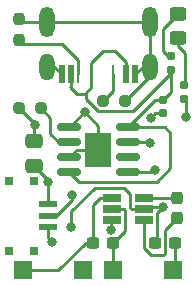
<source format=gbr>
%TF.GenerationSoftware,KiCad,Pcbnew,7.0.7*%
%TF.CreationDate,2023-09-27T10:33:14+01:00*%
%TF.ProjectId,tp4650+10a45,74703436-3530-42b3-9130-6134352e6b69,rev?*%
%TF.SameCoordinates,Original*%
%TF.FileFunction,Copper,L1,Top*%
%TF.FilePolarity,Positive*%
%FSLAX46Y46*%
G04 Gerber Fmt 4.6, Leading zero omitted, Abs format (unit mm)*
G04 Created by KiCad (PCBNEW 7.0.7) date 2023-09-27 10:33:14*
%MOMM*%
%LPD*%
G01*
G04 APERTURE LIST*
G04 Aperture macros list*
%AMRoundRect*
0 Rectangle with rounded corners*
0 $1 Rounding radius*
0 $2 $3 $4 $5 $6 $7 $8 $9 X,Y pos of 4 corners*
0 Add a 4 corners polygon primitive as box body*
4,1,4,$2,$3,$4,$5,$6,$7,$8,$9,$2,$3,0*
0 Add four circle primitives for the rounded corners*
1,1,$1+$1,$2,$3*
1,1,$1+$1,$4,$5*
1,1,$1+$1,$6,$7*
1,1,$1+$1,$8,$9*
0 Add four rect primitives between the rounded corners*
20,1,$1+$1,$2,$3,$4,$5,0*
20,1,$1+$1,$4,$5,$6,$7,0*
20,1,$1+$1,$6,$7,$8,$9,0*
20,1,$1+$1,$8,$9,$2,$3,0*%
G04 Aperture macros list end*
%TA.AperFunction,ComponentPad*%
%ADD10R,1.500000X1.500000*%
%TD*%
%TA.AperFunction,SMDPad,CuDef*%
%ADD11RoundRect,0.237500X0.237500X-0.300000X0.237500X0.300000X-0.237500X0.300000X-0.237500X-0.300000X0*%
%TD*%
%TA.AperFunction,SMDPad,CuDef*%
%ADD12RoundRect,0.250000X0.450000X-0.325000X0.450000X0.325000X-0.450000X0.325000X-0.450000X-0.325000X0*%
%TD*%
%TA.AperFunction,SMDPad,CuDef*%
%ADD13RoundRect,0.237500X0.237500X-0.250000X0.237500X0.250000X-0.237500X0.250000X-0.237500X-0.250000X0*%
%TD*%
%TA.AperFunction,SMDPad,CuDef*%
%ADD14RoundRect,0.155000X-0.155000X0.212500X-0.155000X-0.212500X0.155000X-0.212500X0.155000X0.212500X0*%
%TD*%
%TA.AperFunction,SMDPad,CuDef*%
%ADD15RoundRect,0.250000X0.475000X-0.337500X0.475000X0.337500X-0.475000X0.337500X-0.475000X-0.337500X0*%
%TD*%
%TA.AperFunction,SMDPad,CuDef*%
%ADD16RoundRect,0.237500X-0.300000X-0.237500X0.300000X-0.237500X0.300000X0.237500X-0.300000X0.237500X0*%
%TD*%
%TA.AperFunction,ComponentPad*%
%ADD17O,1.300000X2.600000*%
%TD*%
%TA.AperFunction,ComponentPad*%
%ADD18O,1.300000X2.300000*%
%TD*%
%TA.AperFunction,SMDPad,CuDef*%
%ADD19R,0.270000X1.500000*%
%TD*%
%TA.AperFunction,SMDPad,CuDef*%
%ADD20R,0.520000X1.500000*%
%TD*%
%TA.AperFunction,SMDPad,CuDef*%
%ADD21R,2.290000X3.000000*%
%TD*%
%TA.AperFunction,SMDPad,CuDef*%
%ADD22RoundRect,0.150000X-0.825000X-0.150000X0.825000X-0.150000X0.825000X0.150000X-0.825000X0.150000X0*%
%TD*%
%TA.AperFunction,SMDPad,CuDef*%
%ADD23R,0.800000X0.800000*%
%TD*%
%TA.AperFunction,SMDPad,CuDef*%
%ADD24R,1.500000X0.600000*%
%TD*%
%TA.AperFunction,SMDPad,CuDef*%
%ADD25R,1.560000X0.650000*%
%TD*%
%TA.AperFunction,SMDPad,CuDef*%
%ADD26RoundRect,0.160000X0.160000X-0.197500X0.160000X0.197500X-0.160000X0.197500X-0.160000X-0.197500X0*%
%TD*%
%TA.AperFunction,SMDPad,CuDef*%
%ADD27RoundRect,0.160000X-0.160000X0.197500X-0.160000X-0.197500X0.160000X-0.197500X0.160000X0.197500X0*%
%TD*%
%TA.AperFunction,SMDPad,CuDef*%
%ADD28RoundRect,0.237500X-0.250000X-0.237500X0.250000X-0.237500X0.250000X0.237500X-0.250000X0.237500X0*%
%TD*%
%TA.AperFunction,SMDPad,CuDef*%
%ADD29RoundRect,0.237500X0.250000X0.237500X-0.250000X0.237500X-0.250000X-0.237500X0.250000X-0.237500X0*%
%TD*%
%TA.AperFunction,ViaPad*%
%ADD30C,0.800000*%
%TD*%
%TA.AperFunction,Conductor*%
%ADD31C,0.250000*%
%TD*%
G04 APERTURE END LIST*
D10*
%TO.P,+,1,1*%
%TO.N,Net-(U1-V_OUT)*%
X131673600Y-97180400D03*
%TD*%
%TO.P,B+,1,1*%
%TO.N,Net-(SW1A-B)*%
X136753600Y-97155000D03*
%TD*%
%TO.P,-,1,1*%
%TO.N,GND*%
X144373600Y-97180400D03*
%TD*%
%TO.P,B-,1,1*%
%TO.N,GND*%
X139293600Y-97170240D03*
%TD*%
D11*
%TO.P,C2,1*%
%TO.N,Net-(U1-C-)*%
X144653000Y-92759700D03*
%TO.P,C2,2*%
%TO.N,Net-(U1-C+)*%
X144653000Y-91034700D03*
%TD*%
D12*
%TO.P,D1,1,K*%
%TO.N,Net-(D1-K)*%
X144780000Y-77529800D03*
%TO.P,D1,2,A*%
%TO.N,Net-(D1-A)*%
X144780000Y-75479800D03*
%TD*%
D13*
%TO.P,R7,1*%
%TO.N,Net-(P1-SBU1)*%
X131267200Y-77720200D03*
%TO.P,R7,2*%
%TO.N,GND*%
X131267200Y-75895200D03*
%TD*%
D14*
%TO.P,C3,1*%
%TO.N,VIN*%
X143510000Y-82744500D03*
%TO.P,C3,2*%
%TO.N,GND*%
X143510000Y-83879500D03*
%TD*%
D15*
%TO.P,C1,2*%
%TO.N,GND*%
X132537200Y-86258400D03*
%TO.P,C1,1*%
%TO.N,Net-(SW1A-A)*%
X132537200Y-88333400D03*
%TD*%
D16*
%TO.P,C4,1*%
%TO.N,Net-(U1-V_OUT)*%
X137543200Y-94843600D03*
%TO.P,C4,2*%
%TO.N,GND*%
X139268200Y-94843600D03*
%TD*%
D17*
%TO.P,P1,S1,SHIELD*%
%TO.N,GND*%
X133703600Y-76116800D03*
D18*
X133703600Y-79941800D03*
D17*
X142343600Y-76116800D03*
D18*
X142343600Y-79941800D03*
D19*
%TO.P,P1,B8,SBU2*%
%TO.N,Net-(P1-SBU2)*%
X139273600Y-80568800D03*
D20*
%TO.P,P1,A12,GND*%
%TO.N,GND*%
X134923600Y-80568800D03*
%TO.P,P1,A9,VBUS*%
%TO.N,VIN*%
X135673600Y-80568800D03*
D19*
%TO.P,P1,A8,SBU1*%
%TO.N,Net-(P1-SBU1)*%
X136273600Y-80568800D03*
D20*
%TO.P,P1,A4,VBUS*%
%TO.N,VIN*%
X140373600Y-80568800D03*
%TO.P,P1,A1,GND*%
%TO.N,GND*%
X141123600Y-80568800D03*
%TD*%
D21*
%TO.P,U2,9,PP*%
%TO.N,GND*%
X138023600Y-86969600D03*
D22*
%TO.P,U2,8,CE*%
%TO.N,VIN*%
X140498600Y-85064600D03*
%TO.P,U2,7,~{CHRG}*%
%TO.N,Net-(U2-~{CHRG})*%
X140498600Y-86334600D03*
%TO.P,U2,6,~{STDBY}*%
%TO.N,unconnected-(U2-~{STDBY}-Pad6)*%
X140498600Y-87604600D03*
%TO.P,U2,5,BAT*%
%TO.N,Net-(SW1A-A)*%
X140498600Y-88874600D03*
%TO.P,U2,4,VCC*%
%TO.N,VIN*%
X135548600Y-88874600D03*
%TO.P,U2,3,GND*%
%TO.N,GND*%
X135548600Y-87604600D03*
%TO.P,U2,2,PROG*%
%TO.N,Net-(U2-PROG)*%
X135548600Y-86334600D03*
%TO.P,U2,1,TEMP*%
%TO.N,GND*%
X135548600Y-85064600D03*
%TD*%
D23*
%TO.P,SW1,4*%
%TO.N,N/C*%
X130479800Y-95554800D03*
X132549600Y-95554800D03*
X130479800Y-89654800D03*
X132562300Y-89654800D03*
D24*
%TO.P,SW1,3,C*%
%TO.N,GND*%
X133729800Y-93554800D03*
%TO.P,SW1,2,B*%
%TO.N,Net-(SW1A-B)*%
X133729800Y-92554800D03*
%TO.P,SW1,1,A*%
%TO.N,Net-(SW1A-A)*%
X133729800Y-91554800D03*
%TD*%
D25*
%TO.P,U1,6,C+*%
%TO.N,Net-(U1-C+)*%
X141862800Y-91048800D03*
%TO.P,U1,5,V_IN*%
%TO.N,Net-(SW1A-A)*%
X141862800Y-91998800D03*
%TO.P,U1,4,C-*%
%TO.N,Net-(U1-C-)*%
X141862800Y-92948800D03*
%TO.P,U1,3,EN*%
%TO.N,Net-(SW1A-B)*%
X139162800Y-92948800D03*
%TO.P,U1,2,GND*%
%TO.N,GND*%
X139162800Y-91998800D03*
%TO.P,U1,1,V_OUT*%
%TO.N,Net-(U1-V_OUT)*%
X139162800Y-91048800D03*
%TD*%
D26*
%TO.P,R9,1*%
%TO.N,VIN*%
X144170400Y-80251900D03*
%TO.P,R9,2*%
%TO.N,Net-(D1-A)*%
X144170400Y-79056900D03*
%TD*%
D27*
%TO.P,R1,1*%
%TO.N,Net-(D1-K)*%
X145237200Y-81483200D03*
%TO.P,R1,2*%
%TO.N,Net-(U2-~{CHRG})*%
X145237200Y-82678200D03*
%TD*%
D16*
%TO.P,C5,2*%
%TO.N,GND*%
X144500600Y-94843600D03*
%TO.P,C5,1*%
%TO.N,Net-(SW1A-A)*%
X142775600Y-94843600D03*
%TD*%
D28*
%TO.P,R8,1*%
%TO.N,Net-(P1-SBU2)*%
X138431900Y-82854800D03*
%TO.P,R8,2*%
%TO.N,GND*%
X140256900Y-82854800D03*
%TD*%
D29*
%TO.P,R3,1*%
%TO.N,Net-(U2-PROG)*%
X133146800Y-83464400D03*
%TO.P,R3,2*%
%TO.N,GND*%
X131321800Y-83464400D03*
%TD*%
D30*
%TO.N,Net-(SW1A-A)*%
X143484600Y-91846400D03*
X133731000Y-89712800D03*
X142849600Y-88646000D03*
%TO.N,GND*%
X134086600Y-94818200D03*
X136855200Y-83769200D03*
X132689600Y-84836000D03*
X142443200Y-84277200D03*
%TO.N,Net-(SW1A-B)*%
X135712200Y-93548200D03*
%TO.N,Net-(U2-~{CHRG})*%
X145440400Y-84226400D03*
X142392400Y-86410800D03*
%TO.N,Net-(SW1A-B)*%
X139090400Y-93751400D03*
X135763000Y-90792900D03*
%TD*%
D31*
%TO.N,Net-(SW1A-B)*%
X135712200Y-93548200D02*
X135712200Y-92156000D01*
X140157200Y-90170000D02*
X140716000Y-90728800D01*
X135712200Y-92156000D02*
X137698200Y-90170000D01*
X137698200Y-90170000D02*
X140157200Y-90170000D01*
X140716000Y-90728800D02*
X140716000Y-91882000D01*
X140716000Y-91882000D02*
X140832800Y-91998800D01*
X140832800Y-91998800D02*
X141862800Y-91998800D01*
%TO.N,Net-(SW1A-A)*%
X142775600Y-94843600D02*
X142967800Y-94651400D01*
X142967800Y-94651400D02*
X142967800Y-92363200D01*
X142967800Y-92363200D02*
X143484600Y-91846400D01*
X133731000Y-89712800D02*
X133731000Y-91553600D01*
X133731000Y-91553600D02*
X133729800Y-91554800D01*
X143484600Y-91846400D02*
X142312800Y-91846400D01*
X142312800Y-91846400D02*
X142312800Y-91812404D01*
X133731000Y-89712800D02*
X133731000Y-89527200D01*
X140498600Y-88874600D02*
X142621000Y-88874600D01*
X142621000Y-88874600D02*
X142849600Y-88646000D01*
X133731000Y-89527200D02*
X132537200Y-88333400D01*
%TO.N,GND*%
X133729800Y-94461400D02*
X134086600Y-94818200D01*
X133729800Y-93554800D02*
X133729800Y-94461400D01*
%TO.N,Net-(SW1A-B)*%
X133729800Y-92554800D02*
X134397400Y-92554800D01*
X134397400Y-92554800D02*
X135763000Y-91189200D01*
X135763000Y-91189200D02*
X135763000Y-90792900D01*
%TO.N,VIN*%
X137007600Y-82092800D02*
X137007600Y-82713495D01*
X137961705Y-83667600D02*
X140970000Y-83667600D01*
X144170400Y-80251900D02*
X144170400Y-82084100D01*
X135636000Y-81686400D02*
X136194800Y-82245200D01*
X136386800Y-89712800D02*
X135548600Y-88874600D01*
X135673600Y-81648800D02*
X135636000Y-81686400D01*
X137007600Y-82713495D02*
X137961705Y-83667600D01*
X142951200Y-89712800D02*
X136386800Y-89712800D01*
X144170400Y-80467200D02*
X144170400Y-80251900D01*
X140373600Y-79566000D02*
X140373600Y-80568800D01*
X139446000Y-78638400D02*
X140373600Y-79566000D01*
X144119600Y-88544400D02*
X142951200Y-89712800D01*
X136194800Y-82245200D02*
X136855200Y-82245200D01*
X143637000Y-85064600D02*
X144119600Y-85547200D01*
X136855200Y-82245200D02*
X137007600Y-82092800D01*
X140498600Y-85064600D02*
X143637000Y-85064600D01*
X144119600Y-85547200D02*
X144119600Y-88544400D01*
X137363200Y-79654400D02*
X138379200Y-78638400D01*
X137363200Y-81737200D02*
X137363200Y-79654400D01*
X135673600Y-80568800D02*
X135673600Y-81648800D01*
X138379200Y-78638400D02*
X139446000Y-78638400D01*
X144170400Y-82084100D02*
X143510000Y-82744500D01*
X143510000Y-82744500D02*
X142818700Y-82744500D01*
X142818700Y-82744500D02*
X140498600Y-85064600D01*
X137007600Y-82092800D02*
X137363200Y-81737200D01*
X140970000Y-83667600D02*
X144170400Y-80467200D01*
%TO.N,GND*%
X132537200Y-86258400D02*
X132537200Y-84988400D01*
X142343600Y-79941800D02*
X142343600Y-80768100D01*
X144500600Y-94843600D02*
X144500600Y-97043240D01*
X141750600Y-79941800D02*
X141123600Y-80568800D01*
X138023600Y-86969600D02*
X138023600Y-84937600D01*
X144500600Y-97043240D02*
X144373600Y-97170240D01*
X138023600Y-84937600D02*
X136855200Y-83769200D01*
X142840900Y-83879500D02*
X142443200Y-84277200D01*
X142343600Y-80768100D02*
X140256900Y-82854800D01*
X132537200Y-84988400D02*
X132689600Y-84836000D01*
X135548600Y-85064600D02*
X135559800Y-85064600D01*
X143510000Y-83879500D02*
X142840900Y-83879500D01*
X135559800Y-85064600D02*
X136855200Y-83769200D01*
X140192800Y-91998800D02*
X140267800Y-92073800D01*
X134296600Y-79941800D02*
X134923600Y-80568800D01*
X140267800Y-92073800D02*
X140267800Y-93844000D01*
X142343600Y-76116800D02*
X142343600Y-79941800D01*
X139293600Y-94869000D02*
X139268200Y-94843600D01*
X136183600Y-86969600D02*
X138023600Y-86969600D01*
X131488800Y-76116800D02*
X133703600Y-76116800D01*
X142343600Y-79941800D02*
X141750600Y-79941800D01*
X135548600Y-87604600D02*
X136183600Y-86969600D01*
X132689600Y-84836000D02*
X132689600Y-84832200D01*
X140267800Y-93844000D02*
X139268200Y-94843600D01*
X133703600Y-79941800D02*
X134296600Y-79941800D01*
X132689600Y-84832200D02*
X131321800Y-83464400D01*
X133703600Y-76116800D02*
X142343600Y-76116800D01*
X139162800Y-91998800D02*
X140192800Y-91998800D01*
X131267200Y-75895200D02*
X131488800Y-76116800D01*
X139293600Y-97170240D02*
X139293600Y-94869000D01*
%TO.N,Net-(U1-C+)*%
X144638900Y-91048800D02*
X144653000Y-91034700D01*
X141862800Y-91048800D02*
X144638900Y-91048800D01*
%TO.N,Net-(U1-C-)*%
X141862800Y-95263795D02*
X142458605Y-95859600D01*
X143535400Y-95859600D02*
X143638100Y-95756900D01*
X143638100Y-93774600D02*
X144653000Y-92759700D01*
X142458605Y-95859600D02*
X143535400Y-95859600D01*
X143638100Y-95756900D02*
X143638100Y-93774600D01*
X141862800Y-92948800D02*
X141862800Y-95263795D01*
%TO.N,Net-(U1-V_OUT)*%
X136940400Y-94843600D02*
X134603600Y-97180400D01*
X138132800Y-91048800D02*
X137543200Y-91638400D01*
X137543200Y-91638400D02*
X137543200Y-94843600D01*
X139162800Y-91048800D02*
X138132800Y-91048800D01*
X137543200Y-94843600D02*
X136940400Y-94843600D01*
X134603600Y-97180400D02*
X131673600Y-97180400D01*
%TO.N,Net-(D1-A)*%
X143510000Y-78638400D02*
X143928500Y-79056900D01*
X143510000Y-76749800D02*
X143510000Y-78638400D01*
X144780000Y-75479800D02*
X143510000Y-76749800D01*
X143928500Y-79056900D02*
X144170400Y-79056900D01*
%TO.N,Net-(D1-K)*%
X145389600Y-78790800D02*
X145389600Y-81330800D01*
X145389600Y-81330800D02*
X145237200Y-81483200D01*
X144780000Y-77529800D02*
X144780000Y-78181200D01*
X144780000Y-78181200D02*
X145389600Y-78790800D01*
%TO.N,Net-(P1-SBU2)*%
X139273600Y-80568800D02*
X139273600Y-82013100D01*
X139273600Y-82013100D02*
X138431900Y-82854800D01*
%TO.N,Net-(P1-SBU1)*%
X136273600Y-79387206D02*
X134915194Y-78028800D01*
X134915194Y-78028800D02*
X131575800Y-78028800D01*
X131575800Y-78028800D02*
X131267200Y-77720200D01*
X136273600Y-80568800D02*
X136273600Y-79387206D01*
%TO.N,Net-(U2-~{CHRG})*%
X140498600Y-86334600D02*
X142316200Y-86334600D01*
X145440400Y-84226400D02*
X145440400Y-82881400D01*
X145440400Y-82881400D02*
X145237200Y-82678200D01*
X142316200Y-86334600D02*
X142392400Y-86410800D01*
%TO.N,Net-(U2-PROG)*%
X133959600Y-84277200D02*
X133959600Y-85598000D01*
X133146800Y-83464400D02*
X133959600Y-84277200D01*
X134696200Y-86334600D02*
X135548600Y-86334600D01*
X133959600Y-85598000D02*
X134696200Y-86334600D01*
%TO.N,Net-(SW1A-B)*%
X139090400Y-93751400D02*
X139090400Y-93021200D01*
X139090400Y-93021200D02*
X139162800Y-92948800D01*
%TD*%
M02*

</source>
